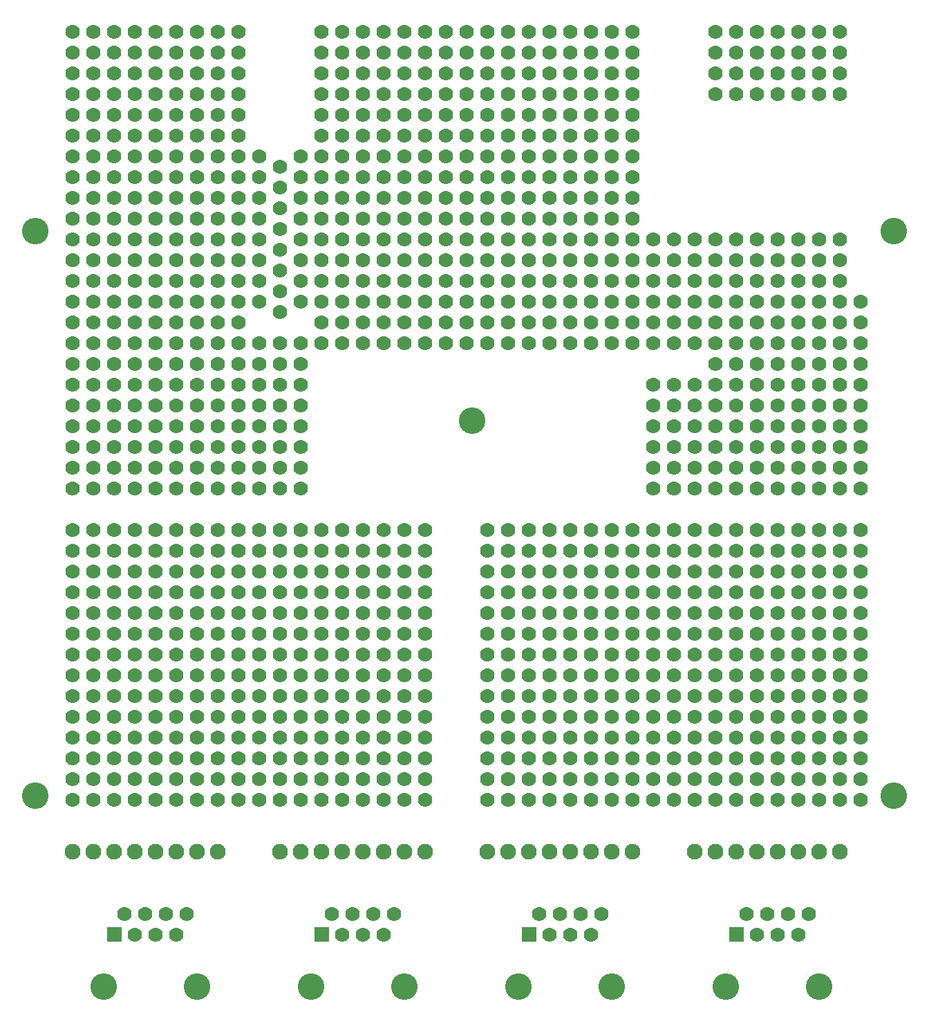
<source format=gbr>
G04 start of page 4 for group -4063 idx -4063
G04 Title: bien sucia, componentmask *
G04 Creator: pcb 20080202 *
G04 CreationDate: Wed Jan 28 18:00:51 2009 UTC *
G04 For: orluke *
G04 Format: Gerber/RS-274X *
G04 PCB-Dimensions: 450000 650000 *
G04 PCB-Coordinate-Origin: lower left *
%MOIN*%
%FSLAX24Y24*%
%LNFRONTMASK*%
%ADD15C,0.1280*%
%ADD16C,0.0700*%
%ADD17C,0.0200*%
%ADD21C,0.0760*%
G54D15*X1200Y17200D03*
G54D21*X3000Y14500D03*
G54D16*Y18000D03*
Y17000D03*
G54D21*X4000Y14500D03*
G54D16*X8500Y11500D03*
X8000Y10500D03*
X6500Y11500D03*
X7000Y10500D03*
X5500Y11500D03*
X7500D03*
X6000Y10500D03*
G54D17*G36*
X4650Y10850D02*Y10150D01*
X5350D01*
Y10850D01*
X4650D01*
G37*
G54D15*X4500Y8000D03*
X9000D03*
G54D21*X5000Y14500D03*
X6000D03*
G54D16*Y18000D03*
Y17000D03*
X7000D03*
X10000Y18000D03*
X7000D03*
X8000D03*
X9000D03*
X5000D03*
X4000D03*
X5000Y17000D03*
X4000D03*
G54D21*X7000Y14500D03*
X8000D03*
X9000D03*
X10000D03*
G54D16*X11000Y18000D03*
Y17000D03*
X12000D03*
X13000D03*
X12000Y18000D03*
X13000D03*
X10000Y17000D03*
X8000D03*
X9000D03*
X6000Y30000D03*
X7000D03*
X8000D03*
X3000D03*
X5000D03*
X4000D03*
X6000Y29000D03*
X5000D03*
Y28000D03*
X7000Y29000D03*
X6000Y28000D03*
X7000D03*
X8000Y29000D03*
Y28000D03*
Y27000D03*
Y26000D03*
X7000Y27000D03*
Y26000D03*
X3000Y29000D03*
X4000D03*
X3000Y28000D03*
X4000D03*
X6000Y27000D03*
X5000D03*
X6000Y26000D03*
X3000Y27000D03*
X4000D03*
X3000Y26000D03*
X4000D03*
X3000Y25000D03*
X5000D03*
X4000D03*
X5000Y26000D03*
X6000Y24000D03*
X5000D03*
X6000Y23000D03*
Y25000D03*
X7000Y24000D03*
X8000D03*
X7000Y23000D03*
X8000D03*
X7000Y25000D03*
X8000D03*
X7000Y22000D03*
Y21000D03*
Y20000D03*
Y19000D03*
X8000Y22000D03*
Y21000D03*
Y20000D03*
Y19000D03*
X6000Y21000D03*
X5000D03*
X6000Y20000D03*
X5000D03*
X6000Y19000D03*
X5000D03*
X3000Y24000D03*
X4000D03*
X3000Y23000D03*
Y22000D03*
X5000Y23000D03*
X4000D03*
X6000Y22000D03*
X5000D03*
X4000D03*
X3000Y21000D03*
Y20000D03*
Y19000D03*
X4000Y21000D03*
Y20000D03*
Y19000D03*
X23000Y24000D03*
X25000D03*
X24000D03*
X23000Y23000D03*
X25000D03*
X24000D03*
X25000Y22000D03*
X24000D03*
Y21000D03*
Y20000D03*
Y19000D03*
X25000Y21000D03*
Y20000D03*
Y19000D03*
X23000Y25000D03*
X24000D03*
X25000D03*
X23000Y22000D03*
X20000D03*
X18000D03*
X19000D03*
X23000Y21000D03*
Y20000D03*
Y19000D03*
X18000Y23000D03*
X20000Y21000D03*
X18000D03*
X19000D03*
X20000Y20000D03*
X19000D03*
X20000Y19000D03*
X19000D03*
X18000Y20000D03*
Y19000D03*
X16000Y24000D03*
Y23000D03*
X17000D03*
X16000Y25000D03*
X17000D03*
X15000Y24000D03*
Y23000D03*
Y22000D03*
Y21000D03*
Y25000D03*
X17000Y24000D03*
X18000D03*
X16000Y22000D03*
X17000D03*
X16000Y21000D03*
X17000D03*
X16000Y20000D03*
X17000D03*
X16000Y19000D03*
X17000D03*
X15000Y20000D03*
Y19000D03*
X20000Y24000D03*
Y23000D03*
X19000D03*
Y24000D03*
X20000Y25000D03*
X18000D03*
X19000D03*
X11000Y30000D03*
X10000D03*
X11000Y29000D03*
X10000D03*
X11000Y28000D03*
X10000D03*
X9000Y30000D03*
Y29000D03*
Y28000D03*
Y27000D03*
Y26000D03*
X12000Y30000D03*
X13000D03*
X12000Y29000D03*
X13000D03*
X12000Y28000D03*
X13000D03*
X9000Y25000D03*
X11000Y27000D03*
Y26000D03*
X12000D03*
X13000D03*
X10000Y27000D03*
Y26000D03*
Y24000D03*
Y23000D03*
Y22000D03*
Y25000D03*
X12000Y27000D03*
X13000D03*
X11000Y25000D03*
X12000D03*
X13000D03*
X14000D03*
X11000Y24000D03*
X12000D03*
X13000D03*
X14000D03*
X9000D03*
Y23000D03*
X11000D03*
X12000D03*
X11000Y22000D03*
X12000D03*
X13000Y23000D03*
X14000D03*
X13000Y22000D03*
X14000D03*
X9000D03*
Y21000D03*
Y20000D03*
X14000Y21000D03*
Y20000D03*
X11000Y21000D03*
Y20000D03*
X10000Y21000D03*
Y20000D03*
Y19000D03*
X12000Y21000D03*
X13000D03*
X12000Y20000D03*
X13000D03*
X11000Y19000D03*
X12000D03*
X13000D03*
X14000D03*
X9000D03*
G54D21*X13000Y14500D03*
X14000D03*
X15000D03*
X16000D03*
X17000D03*
X18000D03*
X19000D03*
X20000D03*
G54D16*X18500Y11500D03*
X16500D03*
X15500D03*
X17500D03*
G54D21*X23000Y14500D03*
X24000D03*
X25000D03*
G54D17*G36*
X24650Y10850D02*Y10150D01*
X25350D01*
Y10850D01*
X24650D01*
G37*
G54D15*X24500Y8000D03*
G54D16*X23000Y18000D03*
X25000D03*
X24000D03*
X23000Y17000D03*
X25000D03*
X24000D03*
X18000Y10500D03*
X16000D03*
X17000D03*
G54D17*G36*
X14650Y10850D02*Y10150D01*
X15350D01*
Y10850D01*
X14650D01*
G37*
G54D15*X14500Y8000D03*
X19000D03*
G54D16*X20000Y18000D03*
X19000D03*
X20000Y17000D03*
X19000D03*
X16000Y18000D03*
X17000D03*
X18000D03*
X16000Y17000D03*
X17000D03*
X18000D03*
X14000Y18000D03*
X15000D03*
X14000Y17000D03*
X15000D03*
X30000Y39000D03*
Y40000D03*
X31000D03*
Y39000D03*
X30000Y41000D03*
Y42000D03*
X31000D03*
Y41000D03*
X29000Y39000D03*
Y41000D03*
Y42000D03*
Y40000D03*
X28000Y39000D03*
Y41000D03*
Y42000D03*
Y40000D03*
X27000Y39000D03*
Y41000D03*
Y42000D03*
Y40000D03*
X32000D03*
Y41000D03*
Y42000D03*
X34000Y44000D03*
X30000Y45000D03*
X29000D03*
X28000D03*
X27000D03*
X30000Y46000D03*
X29000D03*
X28000D03*
X27000D03*
X30000Y47000D03*
X29000D03*
X28000D03*
X27000D03*
X32000Y43000D03*
X29000D03*
X28000D03*
X27000D03*
X32000Y44000D03*
X29000D03*
X28000D03*
X27000D03*
X28000Y54000D03*
X27000D03*
X30000D03*
X29000D03*
X30000Y48000D03*
Y51000D03*
Y49000D03*
Y52000D03*
Y50000D03*
Y53000D03*
X27000Y51000D03*
Y48000D03*
Y49000D03*
Y50000D03*
X29000Y52000D03*
Y53000D03*
Y48000D03*
Y49000D03*
Y50000D03*
Y51000D03*
X28000Y52000D03*
Y53000D03*
Y48000D03*
Y49000D03*
Y50000D03*
Y51000D03*
X27000Y52000D03*
Y53000D03*
X38000Y54000D03*
X39000D03*
Y53000D03*
Y51000D03*
Y52000D03*
X40000Y54000D03*
Y53000D03*
Y51000D03*
Y52000D03*
X38000Y53000D03*
Y51000D03*
Y52000D03*
X34000Y54000D03*
X35000D03*
X36000D03*
X37000D03*
X34000Y53000D03*
X35000D03*
X34000Y51000D03*
X35000D03*
X34000Y52000D03*
X35000D03*
X36000Y53000D03*
X37000D03*
X36000Y51000D03*
X37000D03*
X36000Y52000D03*
X37000D03*
X35000Y39000D03*
Y40000D03*
Y41000D03*
X34000Y42000D03*
Y43000D03*
X35000Y42000D03*
Y43000D03*
X36000D03*
Y42000D03*
X37000D03*
X38000D03*
X39000D03*
X40000D03*
X37000Y43000D03*
X38000D03*
X39000D03*
X40000D03*
X33000Y44000D03*
Y43000D03*
Y42000D03*
Y41000D03*
X35000Y44000D03*
X31000D03*
X36000D03*
X37000D03*
X38000D03*
X39000D03*
X40000D03*
X30000Y43000D03*
Y44000D03*
X31000Y43000D03*
X36000Y39000D03*
Y40000D03*
X37000D03*
Y39000D03*
X38000D03*
X39000D03*
X40000D03*
X41000D03*
X36000Y41000D03*
X37000D03*
X38000D03*
X39000D03*
X40000D03*
X38000Y40000D03*
X39000D03*
X40000D03*
X41000D03*
Y41000D03*
X34000Y39000D03*
Y40000D03*
Y41000D03*
X33000Y40000D03*
Y39000D03*
X32000D03*
X33000Y32000D03*
X34000D03*
X35000D03*
X32000Y30000D03*
X33000D03*
X32000Y29000D03*
X31000Y28000D03*
X30000D03*
X32000D03*
X31000Y30000D03*
X30000D03*
X31000Y29000D03*
X30000D03*
X28000Y30000D03*
Y29000D03*
Y28000D03*
Y27000D03*
Y26000D03*
X29000Y30000D03*
Y29000D03*
Y28000D03*
Y27000D03*
Y26000D03*
X31000Y27000D03*
Y26000D03*
X30000Y27000D03*
Y26000D03*
X32000Y27000D03*
Y26000D03*
X23000Y39000D03*
X22000D03*
X24000D03*
X23000Y44000D03*
Y40000D03*
X22000Y44000D03*
Y40000D03*
X26000Y39000D03*
X25000D03*
X26000Y41000D03*
X25000D03*
X26000Y40000D03*
X25000D03*
X24000D03*
X23000Y41000D03*
Y42000D03*
X22000D03*
X23000Y43000D03*
X22000Y41000D03*
X21000D03*
X20000Y39000D03*
X21000D03*
X20000Y40000D03*
X21000D03*
Y42000D03*
X22000Y43000D03*
X20000D03*
X21000D03*
Y44000D03*
X24000Y41000D03*
Y42000D03*
Y43000D03*
Y44000D03*
X26000Y42000D03*
X25000D03*
X26000Y43000D03*
X25000D03*
X26000Y44000D03*
X25000D03*
X26000Y45000D03*
X25000D03*
X18000Y41000D03*
X17000D03*
Y42000D03*
X19000Y41000D03*
X20000D03*
X18000Y42000D03*
X19000D03*
X20000D03*
X19000Y39000D03*
X18000Y40000D03*
X19000D03*
X17000D03*
X18000Y43000D03*
X19000D03*
X17000D03*
X20000Y44000D03*
X18000D03*
X19000D03*
X17000D03*
X20000Y45000D03*
X21000D03*
X15000Y41000D03*
X16000D03*
X15000Y42000D03*
X16000D03*
X15000Y40000D03*
X16000D03*
X18000Y39000D03*
X17000D03*
X16000D03*
X15000D03*
X14000D03*
Y38000D03*
Y37000D03*
X15000Y43000D03*
X16000D03*
X14000D03*
Y42000D03*
Y41000D03*
X26000Y30000D03*
X23000D03*
X25000D03*
X24000D03*
X27000D03*
Y29000D03*
X26000Y28000D03*
X27000D03*
X26000Y29000D03*
X25000D03*
Y28000D03*
G54D15*X22250Y35250D03*
G54D16*X23000Y29000D03*
X24000D03*
X23000Y28000D03*
X24000D03*
X26000Y27000D03*
X25000D03*
X26000Y26000D03*
X25000D03*
X27000Y27000D03*
Y26000D03*
X23000Y27000D03*
X24000D03*
X23000Y26000D03*
X24000D03*
X20000Y30000D03*
X19000D03*
X20000Y29000D03*
X19000D03*
X20000Y28000D03*
X19000D03*
X20000Y27000D03*
X19000D03*
X20000Y26000D03*
X19000D03*
X16000Y30000D03*
X17000D03*
X18000D03*
X16000Y29000D03*
X17000D03*
X18000D03*
X14000Y30000D03*
X15000D03*
X14000Y29000D03*
X15000D03*
X16000Y28000D03*
X15000D03*
X16000Y27000D03*
X15000D03*
X14000Y28000D03*
Y27000D03*
Y26000D03*
X17000Y28000D03*
X18000D03*
X17000Y27000D03*
X18000D03*
X16000Y26000D03*
X15000D03*
X17000D03*
X18000D03*
X14000Y36000D03*
Y35000D03*
Y34000D03*
Y33000D03*
Y32000D03*
X15000Y44000D03*
X16000D03*
X15000Y45000D03*
X16000D03*
X14000D03*
Y44000D03*
X15000Y46000D03*
X14000D03*
X16000D03*
X15000Y47000D03*
X14000D03*
X18000Y45000D03*
X19000D03*
X17000D03*
X18000Y46000D03*
X19000D03*
X17000D03*
X20000D03*
X21000D03*
X20000Y47000D03*
X21000D03*
X18000D03*
X19000D03*
X17000D03*
X18000Y48000D03*
X19000D03*
X17000D03*
X18000Y49000D03*
X19000D03*
X17000D03*
X18000Y50000D03*
X19000D03*
X17000D03*
X18000Y51000D03*
X19000D03*
X17000D03*
X18000Y52000D03*
Y53000D03*
Y54000D03*
X19000Y52000D03*
Y53000D03*
Y54000D03*
X17000Y52000D03*
Y53000D03*
Y54000D03*
X16000Y47000D03*
Y48000D03*
Y49000D03*
Y50000D03*
Y51000D03*
Y52000D03*
X15000Y48000D03*
X14000D03*
X15000Y49000D03*
Y50000D03*
Y51000D03*
Y52000D03*
Y53000D03*
X16000D03*
X15000Y54000D03*
X16000D03*
X20000Y48000D03*
Y49000D03*
Y50000D03*
X21000Y48000D03*
Y49000D03*
X23000D03*
X22000D03*
X23000Y50000D03*
X22000D03*
X21000D03*
X23000Y51000D03*
Y52000D03*
X22000Y51000D03*
X21000D03*
X20000D03*
Y52000D03*
Y53000D03*
Y54000D03*
X22000Y52000D03*
X21000D03*
X23000Y53000D03*
X22000D03*
X21000D03*
X23000Y54000D03*
X22000D03*
X21000D03*
X23000Y45000D03*
X22000D03*
Y46000D03*
Y47000D03*
Y48000D03*
X23000Y46000D03*
Y47000D03*
Y48000D03*
X24000Y45000D03*
Y46000D03*
Y47000D03*
X26000Y46000D03*
Y47000D03*
Y48000D03*
Y49000D03*
Y50000D03*
Y51000D03*
X25000Y46000D03*
Y47000D03*
Y48000D03*
Y49000D03*
Y50000D03*
Y51000D03*
X24000Y48000D03*
Y49000D03*
Y50000D03*
X26000Y52000D03*
Y53000D03*
Y54000D03*
X25000Y52000D03*
Y53000D03*
Y54000D03*
X24000Y51000D03*
Y52000D03*
Y53000D03*
Y54000D03*
X40000Y32000D03*
Y33000D03*
Y34000D03*
Y30000D03*
Y28000D03*
Y27000D03*
X38000Y34000D03*
X39000D03*
X41000Y33000D03*
Y34000D03*
X38000Y32000D03*
X39000D03*
X36000Y30000D03*
X37000D03*
X38000D03*
X41000Y32000D03*
X40000Y29000D03*
X39000D03*
Y28000D03*
X36000Y29000D03*
Y28000D03*
X37000Y29000D03*
X38000D03*
X37000Y28000D03*
X38000D03*
X36000Y27000D03*
X37000D03*
X38000D03*
X40000Y25000D03*
X39000D03*
X36000D03*
X37000D03*
X38000D03*
X41000Y30000D03*
Y29000D03*
Y28000D03*
Y27000D03*
Y26000D03*
Y24000D03*
Y23000D03*
Y22000D03*
Y25000D03*
Y21000D03*
Y20000D03*
Y19000D03*
Y18000D03*
Y17000D03*
X33000Y29000D03*
Y28000D03*
Y27000D03*
Y26000D03*
Y25000D03*
X31000Y24000D03*
X30000D03*
Y23000D03*
X31000Y25000D03*
X30000D03*
X32000D03*
X39000Y27000D03*
Y26000D03*
X40000D03*
Y24000D03*
Y23000D03*
X36000Y26000D03*
X37000D03*
X35000Y24000D03*
X36000Y23000D03*
X35000Y25000D03*
X38000Y26000D03*
X36000Y24000D03*
X37000D03*
X38000D03*
X39000D03*
X34000Y29000D03*
Y28000D03*
Y27000D03*
Y26000D03*
Y24000D03*
Y25000D03*
X32000Y24000D03*
Y23000D03*
X31000D03*
G54D21*X33000Y14500D03*
G54D16*Y24000D03*
Y23000D03*
Y17000D03*
G54D21*X34000Y14500D03*
G54D16*Y17000D03*
X35000D03*
X26000Y24000D03*
X27000D03*
X26000Y25000D03*
X27000D03*
X28000Y24000D03*
Y25000D03*
X29000D03*
Y24000D03*
X26000Y23000D03*
Y22000D03*
Y21000D03*
Y20000D03*
Y19000D03*
Y18000D03*
Y17000D03*
X27000D03*
X28000D03*
X29000D03*
G54D21*X35000Y14500D03*
X36000D03*
X37000D03*
X38000D03*
G54D16*X37000Y17000D03*
X38000D03*
G54D21*X39000Y14500D03*
G54D16*Y17000D03*
G54D21*X40000Y14500D03*
G54D16*X38500Y11500D03*
X36500D03*
X35500D03*
X37500D03*
X38000Y10500D03*
X36000D03*
X37000D03*
G54D17*G36*
X34650Y10850D02*Y10150D01*
X35350D01*
Y10850D01*
X34650D01*
G37*
G54D15*X34500Y8000D03*
X39000D03*
G54D21*X26000Y14500D03*
X27000D03*
X28000D03*
X29000D03*
X30000D03*
G54D16*X28500Y11500D03*
X28000Y10500D03*
X27500Y11500D03*
X26500D03*
X26000Y10500D03*
X27000D03*
X25500Y11500D03*
G54D15*X29000Y8000D03*
X42600Y44400D03*
Y17200D03*
G54D16*X33000Y37000D03*
X34000D03*
X35000D03*
X41000Y38000D03*
X39000Y37000D03*
X40000D03*
X41000D03*
X39000Y38000D03*
X40000D03*
X36000Y37000D03*
X37000D03*
X38000D03*
X32000D03*
X31000D03*
X34000Y38000D03*
X35000D03*
X36000D03*
X37000D03*
X38000D03*
X33000Y36000D03*
X34000D03*
X35000D03*
X33000Y35000D03*
Y34000D03*
Y33000D03*
X34000Y34000D03*
Y35000D03*
X35000D03*
X36000Y32000D03*
X37000D03*
X34000Y33000D03*
X35000D03*
X36000D03*
X37000D03*
X38000D03*
X39000D03*
X35000Y34000D03*
X36000D03*
X37000D03*
X34000Y30000D03*
X35000D03*
X39000D03*
X32000Y32000D03*
Y33000D03*
Y34000D03*
X31000D03*
Y33000D03*
Y32000D03*
X36000Y35000D03*
X32000D03*
X31000D03*
X37000D03*
X38000D03*
X39000D03*
X40000D03*
X36000Y36000D03*
X37000D03*
X38000D03*
X39000D03*
X32000D03*
X31000D03*
X40000D03*
X41000D03*
Y35000D03*
X35000Y29000D03*
Y28000D03*
Y27000D03*
Y26000D03*
Y23000D03*
X37000D03*
X36000Y22000D03*
X35000D03*
X37000D03*
X38000Y23000D03*
X39000D03*
X40000Y22000D03*
X38000D03*
X39000D03*
X36000Y21000D03*
Y20000D03*
X35000D03*
X36000Y19000D03*
X35000D03*
X34000Y23000D03*
X27000D03*
X28000D03*
X29000D03*
X31000Y22000D03*
Y21000D03*
X32000D03*
Y22000D03*
X33000D03*
X34000D03*
X33000Y21000D03*
X34000D03*
X35000D03*
X30000D03*
X29000D03*
X31000Y20000D03*
X30000D03*
X29000D03*
Y19000D03*
Y18000D03*
X30000Y22000D03*
X29000D03*
X27000D03*
X28000D03*
X27000Y21000D03*
X28000D03*
X27000Y20000D03*
X28000D03*
X27000Y19000D03*
X28000D03*
X27000Y18000D03*
X28000D03*
X40000Y21000D03*
X39000D03*
X40000Y20000D03*
X39000D03*
X37000Y21000D03*
Y20000D03*
Y19000D03*
X38000Y21000D03*
Y20000D03*
Y19000D03*
Y18000D03*
X40000Y19000D03*
X39000D03*
X40000Y18000D03*
X39000D03*
X40000Y17000D03*
X36000Y18000D03*
Y17000D03*
X37000Y18000D03*
X32000Y20000D03*
X31000Y19000D03*
X32000D03*
X33000Y20000D03*
Y19000D03*
Y18000D03*
X34000Y20000D03*
Y19000D03*
Y18000D03*
X31000D03*
X30000D03*
X32000D03*
X35000D03*
X30000Y19000D03*
X31000Y17000D03*
X30000D03*
X32000D03*
X4000Y51000D03*
Y50000D03*
X3000Y43000D03*
G54D15*X1200Y44400D03*
G54D16*X3000Y44000D03*
X4000D03*
X3000Y45000D03*
X4000D03*
X3000Y46000D03*
X4000D03*
X3000Y47000D03*
Y48000D03*
Y49000D03*
Y50000D03*
Y51000D03*
X4000Y47000D03*
Y48000D03*
Y49000D03*
X11000Y52000D03*
X10000D03*
X6000D03*
X7000D03*
X8000D03*
X9000D03*
X11000Y53000D03*
X10000D03*
X11000Y54000D03*
X10000D03*
X8000Y53000D03*
X9000D03*
X8000Y54000D03*
X9000D03*
X3000Y52000D03*
Y53000D03*
Y54000D03*
X5000Y52000D03*
Y53000D03*
X4000Y52000D03*
Y53000D03*
X6000D03*
X7000D03*
X6000Y54000D03*
X7000D03*
X5000D03*
X4000D03*
X6000Y43000D03*
X5000D03*
X4000D03*
X7000D03*
Y44000D03*
Y45000D03*
X6000Y44000D03*
X5000D03*
X6000Y45000D03*
X5000D03*
X6000Y46000D03*
Y47000D03*
Y48000D03*
Y49000D03*
Y50000D03*
Y51000D03*
X7000Y46000D03*
Y47000D03*
Y48000D03*
Y49000D03*
Y50000D03*
Y51000D03*
X5000Y46000D03*
Y47000D03*
Y48000D03*
Y49000D03*
Y50000D03*
Y51000D03*
X8000Y43000D03*
Y44000D03*
Y45000D03*
X9000Y43000D03*
Y44000D03*
X11000D03*
X10000D03*
X11000Y45000D03*
X10000D03*
X9000D03*
X11000Y46000D03*
X10000D03*
X9000D03*
X8000D03*
Y47000D03*
Y48000D03*
X11000Y47000D03*
X10000D03*
X9000D03*
X11000Y48000D03*
X10000D03*
X9000D03*
X11000Y49000D03*
X10000D03*
X9000D03*
X8000D03*
Y50000D03*
Y51000D03*
X11000Y50000D03*
X10000D03*
X9000D03*
X11000Y51000D03*
X10000D03*
X9000D03*
X12000Y37000D03*
X13000D03*
X11000D03*
X10000D03*
X12000Y36000D03*
X13000D03*
X12000Y39000D03*
Y38000D03*
X11000Y39000D03*
X10000D03*
X13000Y38000D03*
X11000D03*
X10000D03*
X11000Y36000D03*
Y41000D03*
Y42000D03*
Y43000D03*
Y40000D03*
X10000Y36000D03*
Y41000D03*
Y42000D03*
Y43000D03*
Y40000D03*
X12000Y35000D03*
X13000Y34000D03*
Y35000D03*
Y33000D03*
Y32000D03*
X12000Y34000D03*
Y33000D03*
Y32000D03*
X11000D03*
X10000D03*
X11000Y33000D03*
X10000D03*
X11000Y34000D03*
X10000D03*
Y35000D03*
X11000D03*
X12000Y48000D03*
Y47000D03*
Y46000D03*
X13000Y47500D03*
Y46500D03*
Y45500D03*
Y44500D03*
Y43500D03*
X12000Y45000D03*
Y44000D03*
Y43000D03*
Y42000D03*
Y41000D03*
X13000Y42500D03*
Y41500D03*
Y40500D03*
Y39000D03*
X6000Y32000D03*
X5000D03*
X7000D03*
X8000D03*
X9000D03*
X7000Y33000D03*
X8000D03*
X9000D03*
X7000Y34000D03*
Y37000D03*
Y38000D03*
Y39000D03*
X8000Y34000D03*
Y35000D03*
Y36000D03*
Y37000D03*
Y38000D03*
Y39000D03*
X9000Y34000D03*
Y35000D03*
Y36000D03*
Y37000D03*
Y38000D03*
Y39000D03*
X7000Y35000D03*
Y36000D03*
X5000D03*
Y37000D03*
Y38000D03*
Y39000D03*
X3000Y32000D03*
Y33000D03*
Y34000D03*
Y35000D03*
X4000Y32000D03*
Y33000D03*
Y34000D03*
Y35000D03*
X6000Y33000D03*
X5000D03*
X6000Y34000D03*
X5000D03*
X6000Y35000D03*
X5000D03*
X6000Y36000D03*
Y37000D03*
X4000Y36000D03*
Y37000D03*
Y38000D03*
Y39000D03*
X3000Y36000D03*
Y37000D03*
Y38000D03*
Y39000D03*
Y41000D03*
Y42000D03*
Y40000D03*
X6000Y38000D03*
Y39000D03*
Y41000D03*
Y42000D03*
Y40000D03*
X7000Y41000D03*
X5000D03*
X4000D03*
X8000D03*
X9000D03*
X7000Y42000D03*
X8000D03*
X9000D03*
X5000D03*
X4000D03*
X7000Y40000D03*
X8000D03*
X9000D03*
X5000D03*
X4000D03*
M02*

</source>
